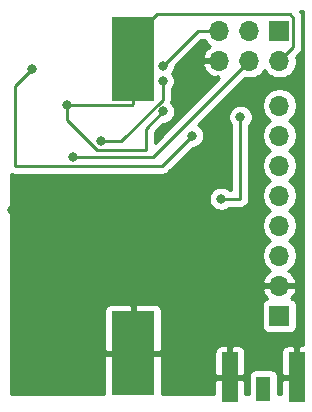
<source format=gbr>
G04 #@! TF.GenerationSoftware,KiCad,Pcbnew,5.1.5*
G04 #@! TF.CreationDate,2020-03-02T20:44:19+01:00*
G04 #@! TF.ProjectId,LORA_ATTINY84,4c4f5241-5f41-4545-9449-4e5938342e6b,rev?*
G04 #@! TF.SameCoordinates,Original*
G04 #@! TF.FileFunction,Copper,L2,Bot*
G04 #@! TF.FilePolarity,Positive*
%FSLAX46Y46*%
G04 Gerber Fmt 4.6, Leading zero omitted, Abs format (unit mm)*
G04 Created by KiCad (PCBNEW 5.1.5) date 2020-03-02 20:44:19*
%MOMM*%
%LPD*%
G04 APERTURE LIST*
%ADD10R,3.600000X7.100000*%
%ADD11R,1.200000X2.100000*%
%ADD12R,1.350000X4.200000*%
%ADD13O,1.700000X1.700000*%
%ADD14R,1.700000X1.700000*%
%ADD15C,0.800000*%
%ADD16C,0.250000*%
%ADD17C,0.254000*%
G04 APERTURE END LIST*
D10*
X77063600Y-50444400D03*
X77063600Y-75336400D03*
D11*
X88087200Y-78384400D03*
D12*
X90912200Y-77393800D03*
X85262200Y-77393800D03*
D13*
X84378800Y-50596800D03*
X84378800Y-48056800D03*
X86918800Y-50596800D03*
X86918800Y-48056800D03*
X89458800Y-50596800D03*
D14*
X89458800Y-48056800D03*
D13*
X89458800Y-54381400D03*
X89458800Y-56921400D03*
X89458800Y-59461400D03*
X89458800Y-62001400D03*
X89458800Y-64541400D03*
X89458800Y-67081400D03*
X89458800Y-69621400D03*
D14*
X89458800Y-72161400D03*
D15*
X91084400Y-75768200D03*
X85090000Y-75819000D03*
X86969600Y-52481399D03*
X66827400Y-63246000D03*
X79596854Y-54871454D03*
X71464500Y-54356000D03*
X82067400Y-56921400D03*
X68489500Y-51269900D03*
X71983600Y-58775600D03*
X86156800Y-55346600D03*
X84529200Y-62267600D03*
X74320400Y-57404000D03*
X79564000Y-52298600D03*
X79564000Y-51028600D03*
D16*
X77063600Y-48694400D02*
X77063600Y-50444400D01*
X90331402Y-46644400D02*
X79113600Y-46644400D01*
X79113600Y-46644400D02*
X77063600Y-48694400D01*
X90633801Y-46946799D02*
X90331402Y-46644400D01*
X90633801Y-49421799D02*
X90633801Y-46946799D01*
X89458800Y-50596800D02*
X90633801Y-49421799D01*
X78141999Y-58129001D02*
X73972399Y-58129001D01*
X78141999Y-58129001D02*
X78141999Y-56326309D01*
X78141999Y-56326309D02*
X79596854Y-54871454D01*
X73972399Y-58129001D02*
X71464500Y-55621102D01*
X71464500Y-55621102D02*
X71464500Y-54356000D01*
X76952000Y-54356000D02*
X72177000Y-54356000D01*
X77063600Y-54244400D02*
X76952000Y-54356000D01*
X72177000Y-54356000D02*
X71464500Y-54356000D01*
X77063600Y-50444400D02*
X77063600Y-54244400D01*
X67069801Y-59500601D02*
X67056000Y-59486800D01*
X82067400Y-56921400D02*
X79488199Y-59500601D01*
X79488199Y-59500601D02*
X67069801Y-59500601D01*
X67069801Y-59500601D02*
X67069801Y-52689599D01*
X67069801Y-52689599D02*
X68489500Y-51269900D01*
X78740000Y-58775600D02*
X86918800Y-50596800D01*
X71983600Y-58775600D02*
X78740000Y-58775600D01*
X86156800Y-62280800D02*
X86156800Y-55346600D01*
X86156800Y-62280800D02*
X84542400Y-62280800D01*
X84542400Y-62280800D02*
X84529200Y-62267600D01*
X76039002Y-57404000D02*
X79564000Y-53879002D01*
X79564000Y-53879002D02*
X79564000Y-52298600D01*
X74320400Y-57404000D02*
X76039002Y-57404000D01*
X84378800Y-48709960D02*
X84378800Y-48056800D01*
X84378800Y-48056800D02*
X82535800Y-48056800D01*
X82535800Y-48056800D02*
X79564000Y-51028600D01*
D17*
G36*
X91418682Y-74657058D02*
G01*
X91197950Y-74658800D01*
X91039200Y-74817550D01*
X91039200Y-77266800D01*
X91059200Y-77266800D01*
X91059200Y-77520800D01*
X91039200Y-77520800D01*
X91039200Y-77540800D01*
X90785200Y-77540800D01*
X90785200Y-77520800D01*
X89760950Y-77520800D01*
X89602200Y-77679550D01*
X89600275Y-78816600D01*
X89325272Y-78816600D01*
X89325272Y-77334400D01*
X89313012Y-77209918D01*
X89276702Y-77090220D01*
X89217737Y-76979906D01*
X89138385Y-76883215D01*
X89041694Y-76803863D01*
X88931380Y-76744898D01*
X88811682Y-76708588D01*
X88687200Y-76696328D01*
X87487200Y-76696328D01*
X87362718Y-76708588D01*
X87243020Y-76744898D01*
X87132706Y-76803863D01*
X87036015Y-76883215D01*
X86956663Y-76979906D01*
X86897698Y-77090220D01*
X86861388Y-77209918D01*
X86849128Y-77334400D01*
X86849128Y-78816600D01*
X86574125Y-78816600D01*
X86572200Y-77679550D01*
X86413450Y-77520800D01*
X85389200Y-77520800D01*
X85389200Y-77540800D01*
X85135200Y-77540800D01*
X85135200Y-77520800D01*
X84110950Y-77520800D01*
X83952200Y-77679550D01*
X83950275Y-78816600D01*
X79501606Y-78816600D01*
X79498600Y-75622150D01*
X79339850Y-75463400D01*
X77190600Y-75463400D01*
X77190600Y-75483400D01*
X76936600Y-75483400D01*
X76936600Y-75463400D01*
X74787350Y-75463400D01*
X74628600Y-75622150D01*
X74625594Y-78816600D01*
X66724895Y-78816600D01*
X66722205Y-75293800D01*
X83949128Y-75293800D01*
X83952200Y-77108050D01*
X84110950Y-77266800D01*
X85135200Y-77266800D01*
X85135200Y-74817550D01*
X85389200Y-74817550D01*
X85389200Y-77266800D01*
X86413450Y-77266800D01*
X86572200Y-77108050D01*
X86575272Y-75293800D01*
X89599128Y-75293800D01*
X89602200Y-77108050D01*
X89760950Y-77266800D01*
X90785200Y-77266800D01*
X90785200Y-74817550D01*
X90626450Y-74658800D01*
X90237200Y-74655728D01*
X90112718Y-74667988D01*
X89993020Y-74704298D01*
X89882706Y-74763263D01*
X89786015Y-74842615D01*
X89706663Y-74939306D01*
X89647698Y-75049620D01*
X89611388Y-75169318D01*
X89599128Y-75293800D01*
X86575272Y-75293800D01*
X86563012Y-75169318D01*
X86526702Y-75049620D01*
X86467737Y-74939306D01*
X86388385Y-74842615D01*
X86291694Y-74763263D01*
X86181380Y-74704298D01*
X86061682Y-74667988D01*
X85937200Y-74655728D01*
X85547950Y-74658800D01*
X85389200Y-74817550D01*
X85135200Y-74817550D01*
X84976450Y-74658800D01*
X84587200Y-74655728D01*
X84462718Y-74667988D01*
X84343020Y-74704298D01*
X84232706Y-74763263D01*
X84136015Y-74842615D01*
X84056663Y-74939306D01*
X83997698Y-75049620D01*
X83961388Y-75169318D01*
X83949128Y-75293800D01*
X66722205Y-75293800D01*
X66719525Y-71786400D01*
X74625528Y-71786400D01*
X74628600Y-75050650D01*
X74787350Y-75209400D01*
X76936600Y-75209400D01*
X76936600Y-71310150D01*
X77190600Y-71310150D01*
X77190600Y-75209400D01*
X79339850Y-75209400D01*
X79498600Y-75050650D01*
X79501672Y-71786400D01*
X79489412Y-71661918D01*
X79453102Y-71542220D01*
X79394137Y-71431906D01*
X79314785Y-71335215D01*
X79285767Y-71311400D01*
X87970728Y-71311400D01*
X87970728Y-73011400D01*
X87982988Y-73135882D01*
X88019298Y-73255580D01*
X88078263Y-73365894D01*
X88157615Y-73462585D01*
X88254306Y-73541937D01*
X88364620Y-73600902D01*
X88484318Y-73637212D01*
X88608800Y-73649472D01*
X90308800Y-73649472D01*
X90433282Y-73637212D01*
X90552980Y-73600902D01*
X90663294Y-73541937D01*
X90759985Y-73462585D01*
X90839337Y-73365894D01*
X90898302Y-73255580D01*
X90934612Y-73135882D01*
X90946872Y-73011400D01*
X90946872Y-71311400D01*
X90934612Y-71186918D01*
X90898302Y-71067220D01*
X90839337Y-70956906D01*
X90759985Y-70860215D01*
X90663294Y-70780863D01*
X90552980Y-70721898D01*
X90472334Y-70697434D01*
X90556388Y-70621669D01*
X90730441Y-70388320D01*
X90855625Y-70125499D01*
X90900276Y-69978290D01*
X90778955Y-69748400D01*
X89585800Y-69748400D01*
X89585800Y-69768400D01*
X89331800Y-69768400D01*
X89331800Y-69748400D01*
X88138645Y-69748400D01*
X88017324Y-69978290D01*
X88061975Y-70125499D01*
X88187159Y-70388320D01*
X88361212Y-70621669D01*
X88445266Y-70697434D01*
X88364620Y-70721898D01*
X88254306Y-70780863D01*
X88157615Y-70860215D01*
X88078263Y-70956906D01*
X88019298Y-71067220D01*
X87982988Y-71186918D01*
X87970728Y-71311400D01*
X79285767Y-71311400D01*
X79218094Y-71255863D01*
X79107780Y-71196898D01*
X78988082Y-71160588D01*
X78863600Y-71148328D01*
X77349350Y-71151400D01*
X77190600Y-71310150D01*
X76936600Y-71310150D01*
X76777850Y-71151400D01*
X75263600Y-71148328D01*
X75139118Y-71160588D01*
X75019420Y-71196898D01*
X74909106Y-71255863D01*
X74812415Y-71335215D01*
X74733063Y-71431906D01*
X74674098Y-71542220D01*
X74637788Y-71661918D01*
X74625528Y-71786400D01*
X66719525Y-71786400D01*
X66712176Y-62165661D01*
X83494200Y-62165661D01*
X83494200Y-62369539D01*
X83533974Y-62569498D01*
X83611995Y-62757856D01*
X83725263Y-62927374D01*
X83869426Y-63071537D01*
X84038944Y-63184805D01*
X84227302Y-63262826D01*
X84427261Y-63302600D01*
X84631139Y-63302600D01*
X84831098Y-63262826D01*
X85019456Y-63184805D01*
X85188974Y-63071537D01*
X85219711Y-63040800D01*
X86119467Y-63040800D01*
X86156800Y-63044477D01*
X86194133Y-63040800D01*
X86305786Y-63029803D01*
X86449047Y-62986346D01*
X86581076Y-62915774D01*
X86696801Y-62820801D01*
X86791774Y-62705076D01*
X86862346Y-62573047D01*
X86905803Y-62429786D01*
X86920477Y-62280800D01*
X86916800Y-62243467D01*
X86916800Y-56050311D01*
X86960737Y-56006374D01*
X87074005Y-55836856D01*
X87152026Y-55648498D01*
X87191800Y-55448539D01*
X87191800Y-55244661D01*
X87152026Y-55044702D01*
X87074005Y-54856344D01*
X86960737Y-54686826D01*
X86816574Y-54542663D01*
X86647056Y-54429395D01*
X86458698Y-54351374D01*
X86258739Y-54311600D01*
X86054861Y-54311600D01*
X85854902Y-54351374D01*
X85666544Y-54429395D01*
X85497026Y-54542663D01*
X85352863Y-54686826D01*
X85239595Y-54856344D01*
X85161574Y-55044702D01*
X85121800Y-55244661D01*
X85121800Y-55448539D01*
X85161574Y-55648498D01*
X85239595Y-55836856D01*
X85352863Y-56006374D01*
X85396801Y-56050312D01*
X85396800Y-61520800D01*
X85246111Y-61520800D01*
X85188974Y-61463663D01*
X85019456Y-61350395D01*
X84831098Y-61272374D01*
X84631139Y-61232600D01*
X84427261Y-61232600D01*
X84227302Y-61272374D01*
X84038944Y-61350395D01*
X83869426Y-61463663D01*
X83725263Y-61607826D01*
X83611995Y-61777344D01*
X83533974Y-61965702D01*
X83494200Y-62165661D01*
X66712176Y-62165661D01*
X66710651Y-60170386D01*
X66777554Y-60206147D01*
X66920815Y-60249604D01*
X67069801Y-60264278D01*
X67107134Y-60260601D01*
X79450877Y-60260601D01*
X79488199Y-60264277D01*
X79525521Y-60260601D01*
X79525532Y-60260601D01*
X79637185Y-60249604D01*
X79780446Y-60206147D01*
X79912475Y-60135575D01*
X80028200Y-60040602D01*
X80052003Y-60011598D01*
X82107202Y-57956400D01*
X82169339Y-57956400D01*
X82369298Y-57916626D01*
X82557656Y-57838605D01*
X82727174Y-57725337D01*
X82871337Y-57581174D01*
X82984605Y-57411656D01*
X83062626Y-57223298D01*
X83102400Y-57023339D01*
X83102400Y-56819461D01*
X83062626Y-56619502D01*
X82984605Y-56431144D01*
X82871337Y-56261626D01*
X82727174Y-56117463D01*
X82574771Y-56015631D01*
X84355262Y-54235140D01*
X87973800Y-54235140D01*
X87973800Y-54527660D01*
X88030868Y-54814558D01*
X88142810Y-55084811D01*
X88305325Y-55328032D01*
X88512168Y-55534875D01*
X88686560Y-55651400D01*
X88512168Y-55767925D01*
X88305325Y-55974768D01*
X88142810Y-56217989D01*
X88030868Y-56488242D01*
X87973800Y-56775140D01*
X87973800Y-57067660D01*
X88030868Y-57354558D01*
X88142810Y-57624811D01*
X88305325Y-57868032D01*
X88512168Y-58074875D01*
X88686560Y-58191400D01*
X88512168Y-58307925D01*
X88305325Y-58514768D01*
X88142810Y-58757989D01*
X88030868Y-59028242D01*
X87973800Y-59315140D01*
X87973800Y-59607660D01*
X88030868Y-59894558D01*
X88142810Y-60164811D01*
X88305325Y-60408032D01*
X88512168Y-60614875D01*
X88686560Y-60731400D01*
X88512168Y-60847925D01*
X88305325Y-61054768D01*
X88142810Y-61297989D01*
X88030868Y-61568242D01*
X87973800Y-61855140D01*
X87973800Y-62147660D01*
X88030868Y-62434558D01*
X88142810Y-62704811D01*
X88305325Y-62948032D01*
X88512168Y-63154875D01*
X88686560Y-63271400D01*
X88512168Y-63387925D01*
X88305325Y-63594768D01*
X88142810Y-63837989D01*
X88030868Y-64108242D01*
X87973800Y-64395140D01*
X87973800Y-64687660D01*
X88030868Y-64974558D01*
X88142810Y-65244811D01*
X88305325Y-65488032D01*
X88512168Y-65694875D01*
X88686560Y-65811400D01*
X88512168Y-65927925D01*
X88305325Y-66134768D01*
X88142810Y-66377989D01*
X88030868Y-66648242D01*
X87973800Y-66935140D01*
X87973800Y-67227660D01*
X88030868Y-67514558D01*
X88142810Y-67784811D01*
X88305325Y-68028032D01*
X88512168Y-68234875D01*
X88694334Y-68356595D01*
X88577445Y-68426222D01*
X88361212Y-68621131D01*
X88187159Y-68854480D01*
X88061975Y-69117301D01*
X88017324Y-69264510D01*
X88138645Y-69494400D01*
X89331800Y-69494400D01*
X89331800Y-69474400D01*
X89585800Y-69474400D01*
X89585800Y-69494400D01*
X90778955Y-69494400D01*
X90900276Y-69264510D01*
X90855625Y-69117301D01*
X90730441Y-68854480D01*
X90556388Y-68621131D01*
X90340155Y-68426222D01*
X90223266Y-68356595D01*
X90405432Y-68234875D01*
X90612275Y-68028032D01*
X90774790Y-67784811D01*
X90886732Y-67514558D01*
X90943800Y-67227660D01*
X90943800Y-66935140D01*
X90886732Y-66648242D01*
X90774790Y-66377989D01*
X90612275Y-66134768D01*
X90405432Y-65927925D01*
X90231040Y-65811400D01*
X90405432Y-65694875D01*
X90612275Y-65488032D01*
X90774790Y-65244811D01*
X90886732Y-64974558D01*
X90943800Y-64687660D01*
X90943800Y-64395140D01*
X90886732Y-64108242D01*
X90774790Y-63837989D01*
X90612275Y-63594768D01*
X90405432Y-63387925D01*
X90231040Y-63271400D01*
X90405432Y-63154875D01*
X90612275Y-62948032D01*
X90774790Y-62704811D01*
X90886732Y-62434558D01*
X90943800Y-62147660D01*
X90943800Y-61855140D01*
X90886732Y-61568242D01*
X90774790Y-61297989D01*
X90612275Y-61054768D01*
X90405432Y-60847925D01*
X90231040Y-60731400D01*
X90405432Y-60614875D01*
X90612275Y-60408032D01*
X90774790Y-60164811D01*
X90886732Y-59894558D01*
X90943800Y-59607660D01*
X90943800Y-59315140D01*
X90886732Y-59028242D01*
X90774790Y-58757989D01*
X90612275Y-58514768D01*
X90405432Y-58307925D01*
X90231040Y-58191400D01*
X90405432Y-58074875D01*
X90612275Y-57868032D01*
X90774790Y-57624811D01*
X90886732Y-57354558D01*
X90943800Y-57067660D01*
X90943800Y-56775140D01*
X90886732Y-56488242D01*
X90774790Y-56217989D01*
X90612275Y-55974768D01*
X90405432Y-55767925D01*
X90231040Y-55651400D01*
X90405432Y-55534875D01*
X90612275Y-55328032D01*
X90774790Y-55084811D01*
X90886732Y-54814558D01*
X90943800Y-54527660D01*
X90943800Y-54235140D01*
X90886732Y-53948242D01*
X90774790Y-53677989D01*
X90612275Y-53434768D01*
X90405432Y-53227925D01*
X90162211Y-53065410D01*
X89891958Y-52953468D01*
X89605060Y-52896400D01*
X89312540Y-52896400D01*
X89025642Y-52953468D01*
X88755389Y-53065410D01*
X88512168Y-53227925D01*
X88305325Y-53434768D01*
X88142810Y-53677989D01*
X88030868Y-53948242D01*
X87973800Y-54235140D01*
X84355262Y-54235140D01*
X86552392Y-52038010D01*
X86772540Y-52081800D01*
X87065060Y-52081800D01*
X87351958Y-52024732D01*
X87622211Y-51912790D01*
X87865432Y-51750275D01*
X88072275Y-51543432D01*
X88188800Y-51369040D01*
X88305325Y-51543432D01*
X88512168Y-51750275D01*
X88755389Y-51912790D01*
X89025642Y-52024732D01*
X89312540Y-52081800D01*
X89605060Y-52081800D01*
X89891958Y-52024732D01*
X90162211Y-51912790D01*
X90405432Y-51750275D01*
X90612275Y-51543432D01*
X90774790Y-51300211D01*
X90886732Y-51029958D01*
X90943800Y-50743060D01*
X90943800Y-50450540D01*
X90900010Y-50230392D01*
X91144805Y-49985597D01*
X91173802Y-49961800D01*
X91268775Y-49846075D01*
X91339347Y-49714046D01*
X91382804Y-49570785D01*
X91393801Y-49459132D01*
X91393801Y-49459123D01*
X91397477Y-49421800D01*
X91393801Y-49384477D01*
X91393801Y-46984124D01*
X91397477Y-46946799D01*
X91393801Y-46909474D01*
X91393801Y-46909466D01*
X91382804Y-46797813D01*
X91339347Y-46654552D01*
X91268775Y-46522523D01*
X91173802Y-46406798D01*
X91172099Y-46405400D01*
X91440264Y-46405400D01*
X91418682Y-74657058D01*
G37*
X91418682Y-74657058D02*
X91197950Y-74658800D01*
X91039200Y-74817550D01*
X91039200Y-77266800D01*
X91059200Y-77266800D01*
X91059200Y-77520800D01*
X91039200Y-77520800D01*
X91039200Y-77540800D01*
X90785200Y-77540800D01*
X90785200Y-77520800D01*
X89760950Y-77520800D01*
X89602200Y-77679550D01*
X89600275Y-78816600D01*
X89325272Y-78816600D01*
X89325272Y-77334400D01*
X89313012Y-77209918D01*
X89276702Y-77090220D01*
X89217737Y-76979906D01*
X89138385Y-76883215D01*
X89041694Y-76803863D01*
X88931380Y-76744898D01*
X88811682Y-76708588D01*
X88687200Y-76696328D01*
X87487200Y-76696328D01*
X87362718Y-76708588D01*
X87243020Y-76744898D01*
X87132706Y-76803863D01*
X87036015Y-76883215D01*
X86956663Y-76979906D01*
X86897698Y-77090220D01*
X86861388Y-77209918D01*
X86849128Y-77334400D01*
X86849128Y-78816600D01*
X86574125Y-78816600D01*
X86572200Y-77679550D01*
X86413450Y-77520800D01*
X85389200Y-77520800D01*
X85389200Y-77540800D01*
X85135200Y-77540800D01*
X85135200Y-77520800D01*
X84110950Y-77520800D01*
X83952200Y-77679550D01*
X83950275Y-78816600D01*
X79501606Y-78816600D01*
X79498600Y-75622150D01*
X79339850Y-75463400D01*
X77190600Y-75463400D01*
X77190600Y-75483400D01*
X76936600Y-75483400D01*
X76936600Y-75463400D01*
X74787350Y-75463400D01*
X74628600Y-75622150D01*
X74625594Y-78816600D01*
X66724895Y-78816600D01*
X66722205Y-75293800D01*
X83949128Y-75293800D01*
X83952200Y-77108050D01*
X84110950Y-77266800D01*
X85135200Y-77266800D01*
X85135200Y-74817550D01*
X85389200Y-74817550D01*
X85389200Y-77266800D01*
X86413450Y-77266800D01*
X86572200Y-77108050D01*
X86575272Y-75293800D01*
X89599128Y-75293800D01*
X89602200Y-77108050D01*
X89760950Y-77266800D01*
X90785200Y-77266800D01*
X90785200Y-74817550D01*
X90626450Y-74658800D01*
X90237200Y-74655728D01*
X90112718Y-74667988D01*
X89993020Y-74704298D01*
X89882706Y-74763263D01*
X89786015Y-74842615D01*
X89706663Y-74939306D01*
X89647698Y-75049620D01*
X89611388Y-75169318D01*
X89599128Y-75293800D01*
X86575272Y-75293800D01*
X86563012Y-75169318D01*
X86526702Y-75049620D01*
X86467737Y-74939306D01*
X86388385Y-74842615D01*
X86291694Y-74763263D01*
X86181380Y-74704298D01*
X86061682Y-74667988D01*
X85937200Y-74655728D01*
X85547950Y-74658800D01*
X85389200Y-74817550D01*
X85135200Y-74817550D01*
X84976450Y-74658800D01*
X84587200Y-74655728D01*
X84462718Y-74667988D01*
X84343020Y-74704298D01*
X84232706Y-74763263D01*
X84136015Y-74842615D01*
X84056663Y-74939306D01*
X83997698Y-75049620D01*
X83961388Y-75169318D01*
X83949128Y-75293800D01*
X66722205Y-75293800D01*
X66719525Y-71786400D01*
X74625528Y-71786400D01*
X74628600Y-75050650D01*
X74787350Y-75209400D01*
X76936600Y-75209400D01*
X76936600Y-71310150D01*
X77190600Y-71310150D01*
X77190600Y-75209400D01*
X79339850Y-75209400D01*
X79498600Y-75050650D01*
X79501672Y-71786400D01*
X79489412Y-71661918D01*
X79453102Y-71542220D01*
X79394137Y-71431906D01*
X79314785Y-71335215D01*
X79285767Y-71311400D01*
X87970728Y-71311400D01*
X87970728Y-73011400D01*
X87982988Y-73135882D01*
X88019298Y-73255580D01*
X88078263Y-73365894D01*
X88157615Y-73462585D01*
X88254306Y-73541937D01*
X88364620Y-73600902D01*
X88484318Y-73637212D01*
X88608800Y-73649472D01*
X90308800Y-73649472D01*
X90433282Y-73637212D01*
X90552980Y-73600902D01*
X90663294Y-73541937D01*
X90759985Y-73462585D01*
X90839337Y-73365894D01*
X90898302Y-73255580D01*
X90934612Y-73135882D01*
X90946872Y-73011400D01*
X90946872Y-71311400D01*
X90934612Y-71186918D01*
X90898302Y-71067220D01*
X90839337Y-70956906D01*
X90759985Y-70860215D01*
X90663294Y-70780863D01*
X90552980Y-70721898D01*
X90472334Y-70697434D01*
X90556388Y-70621669D01*
X90730441Y-70388320D01*
X90855625Y-70125499D01*
X90900276Y-69978290D01*
X90778955Y-69748400D01*
X89585800Y-69748400D01*
X89585800Y-69768400D01*
X89331800Y-69768400D01*
X89331800Y-69748400D01*
X88138645Y-69748400D01*
X88017324Y-69978290D01*
X88061975Y-70125499D01*
X88187159Y-70388320D01*
X88361212Y-70621669D01*
X88445266Y-70697434D01*
X88364620Y-70721898D01*
X88254306Y-70780863D01*
X88157615Y-70860215D01*
X88078263Y-70956906D01*
X88019298Y-71067220D01*
X87982988Y-71186918D01*
X87970728Y-71311400D01*
X79285767Y-71311400D01*
X79218094Y-71255863D01*
X79107780Y-71196898D01*
X78988082Y-71160588D01*
X78863600Y-71148328D01*
X77349350Y-71151400D01*
X77190600Y-71310150D01*
X76936600Y-71310150D01*
X76777850Y-71151400D01*
X75263600Y-71148328D01*
X75139118Y-71160588D01*
X75019420Y-71196898D01*
X74909106Y-71255863D01*
X74812415Y-71335215D01*
X74733063Y-71431906D01*
X74674098Y-71542220D01*
X74637788Y-71661918D01*
X74625528Y-71786400D01*
X66719525Y-71786400D01*
X66712176Y-62165661D01*
X83494200Y-62165661D01*
X83494200Y-62369539D01*
X83533974Y-62569498D01*
X83611995Y-62757856D01*
X83725263Y-62927374D01*
X83869426Y-63071537D01*
X84038944Y-63184805D01*
X84227302Y-63262826D01*
X84427261Y-63302600D01*
X84631139Y-63302600D01*
X84831098Y-63262826D01*
X85019456Y-63184805D01*
X85188974Y-63071537D01*
X85219711Y-63040800D01*
X86119467Y-63040800D01*
X86156800Y-63044477D01*
X86194133Y-63040800D01*
X86305786Y-63029803D01*
X86449047Y-62986346D01*
X86581076Y-62915774D01*
X86696801Y-62820801D01*
X86791774Y-62705076D01*
X86862346Y-62573047D01*
X86905803Y-62429786D01*
X86920477Y-62280800D01*
X86916800Y-62243467D01*
X86916800Y-56050311D01*
X86960737Y-56006374D01*
X87074005Y-55836856D01*
X87152026Y-55648498D01*
X87191800Y-55448539D01*
X87191800Y-55244661D01*
X87152026Y-55044702D01*
X87074005Y-54856344D01*
X86960737Y-54686826D01*
X86816574Y-54542663D01*
X86647056Y-54429395D01*
X86458698Y-54351374D01*
X86258739Y-54311600D01*
X86054861Y-54311600D01*
X85854902Y-54351374D01*
X85666544Y-54429395D01*
X85497026Y-54542663D01*
X85352863Y-54686826D01*
X85239595Y-54856344D01*
X85161574Y-55044702D01*
X85121800Y-55244661D01*
X85121800Y-55448539D01*
X85161574Y-55648498D01*
X85239595Y-55836856D01*
X85352863Y-56006374D01*
X85396801Y-56050312D01*
X85396800Y-61520800D01*
X85246111Y-61520800D01*
X85188974Y-61463663D01*
X85019456Y-61350395D01*
X84831098Y-61272374D01*
X84631139Y-61232600D01*
X84427261Y-61232600D01*
X84227302Y-61272374D01*
X84038944Y-61350395D01*
X83869426Y-61463663D01*
X83725263Y-61607826D01*
X83611995Y-61777344D01*
X83533974Y-61965702D01*
X83494200Y-62165661D01*
X66712176Y-62165661D01*
X66710651Y-60170386D01*
X66777554Y-60206147D01*
X66920815Y-60249604D01*
X67069801Y-60264278D01*
X67107134Y-60260601D01*
X79450877Y-60260601D01*
X79488199Y-60264277D01*
X79525521Y-60260601D01*
X79525532Y-60260601D01*
X79637185Y-60249604D01*
X79780446Y-60206147D01*
X79912475Y-60135575D01*
X80028200Y-60040602D01*
X80052003Y-60011598D01*
X82107202Y-57956400D01*
X82169339Y-57956400D01*
X82369298Y-57916626D01*
X82557656Y-57838605D01*
X82727174Y-57725337D01*
X82871337Y-57581174D01*
X82984605Y-57411656D01*
X83062626Y-57223298D01*
X83102400Y-57023339D01*
X83102400Y-56819461D01*
X83062626Y-56619502D01*
X82984605Y-56431144D01*
X82871337Y-56261626D01*
X82727174Y-56117463D01*
X82574771Y-56015631D01*
X84355262Y-54235140D01*
X87973800Y-54235140D01*
X87973800Y-54527660D01*
X88030868Y-54814558D01*
X88142810Y-55084811D01*
X88305325Y-55328032D01*
X88512168Y-55534875D01*
X88686560Y-55651400D01*
X88512168Y-55767925D01*
X88305325Y-55974768D01*
X88142810Y-56217989D01*
X88030868Y-56488242D01*
X87973800Y-56775140D01*
X87973800Y-57067660D01*
X88030868Y-57354558D01*
X88142810Y-57624811D01*
X88305325Y-57868032D01*
X88512168Y-58074875D01*
X88686560Y-58191400D01*
X88512168Y-58307925D01*
X88305325Y-58514768D01*
X88142810Y-58757989D01*
X88030868Y-59028242D01*
X87973800Y-59315140D01*
X87973800Y-59607660D01*
X88030868Y-59894558D01*
X88142810Y-60164811D01*
X88305325Y-60408032D01*
X88512168Y-60614875D01*
X88686560Y-60731400D01*
X88512168Y-60847925D01*
X88305325Y-61054768D01*
X88142810Y-61297989D01*
X88030868Y-61568242D01*
X87973800Y-61855140D01*
X87973800Y-62147660D01*
X88030868Y-62434558D01*
X88142810Y-62704811D01*
X88305325Y-62948032D01*
X88512168Y-63154875D01*
X88686560Y-63271400D01*
X88512168Y-63387925D01*
X88305325Y-63594768D01*
X88142810Y-63837989D01*
X88030868Y-64108242D01*
X87973800Y-64395140D01*
X87973800Y-64687660D01*
X88030868Y-64974558D01*
X88142810Y-65244811D01*
X88305325Y-65488032D01*
X88512168Y-65694875D01*
X88686560Y-65811400D01*
X88512168Y-65927925D01*
X88305325Y-66134768D01*
X88142810Y-66377989D01*
X88030868Y-66648242D01*
X87973800Y-66935140D01*
X87973800Y-67227660D01*
X88030868Y-67514558D01*
X88142810Y-67784811D01*
X88305325Y-68028032D01*
X88512168Y-68234875D01*
X88694334Y-68356595D01*
X88577445Y-68426222D01*
X88361212Y-68621131D01*
X88187159Y-68854480D01*
X88061975Y-69117301D01*
X88017324Y-69264510D01*
X88138645Y-69494400D01*
X89331800Y-69494400D01*
X89331800Y-69474400D01*
X89585800Y-69474400D01*
X89585800Y-69494400D01*
X90778955Y-69494400D01*
X90900276Y-69264510D01*
X90855625Y-69117301D01*
X90730441Y-68854480D01*
X90556388Y-68621131D01*
X90340155Y-68426222D01*
X90223266Y-68356595D01*
X90405432Y-68234875D01*
X90612275Y-68028032D01*
X90774790Y-67784811D01*
X90886732Y-67514558D01*
X90943800Y-67227660D01*
X90943800Y-66935140D01*
X90886732Y-66648242D01*
X90774790Y-66377989D01*
X90612275Y-66134768D01*
X90405432Y-65927925D01*
X90231040Y-65811400D01*
X90405432Y-65694875D01*
X90612275Y-65488032D01*
X90774790Y-65244811D01*
X90886732Y-64974558D01*
X90943800Y-64687660D01*
X90943800Y-64395140D01*
X90886732Y-64108242D01*
X90774790Y-63837989D01*
X90612275Y-63594768D01*
X90405432Y-63387925D01*
X90231040Y-63271400D01*
X90405432Y-63154875D01*
X90612275Y-62948032D01*
X90774790Y-62704811D01*
X90886732Y-62434558D01*
X90943800Y-62147660D01*
X90943800Y-61855140D01*
X90886732Y-61568242D01*
X90774790Y-61297989D01*
X90612275Y-61054768D01*
X90405432Y-60847925D01*
X90231040Y-60731400D01*
X90405432Y-60614875D01*
X90612275Y-60408032D01*
X90774790Y-60164811D01*
X90886732Y-59894558D01*
X90943800Y-59607660D01*
X90943800Y-59315140D01*
X90886732Y-59028242D01*
X90774790Y-58757989D01*
X90612275Y-58514768D01*
X90405432Y-58307925D01*
X90231040Y-58191400D01*
X90405432Y-58074875D01*
X90612275Y-57868032D01*
X90774790Y-57624811D01*
X90886732Y-57354558D01*
X90943800Y-57067660D01*
X90943800Y-56775140D01*
X90886732Y-56488242D01*
X90774790Y-56217989D01*
X90612275Y-55974768D01*
X90405432Y-55767925D01*
X90231040Y-55651400D01*
X90405432Y-55534875D01*
X90612275Y-55328032D01*
X90774790Y-55084811D01*
X90886732Y-54814558D01*
X90943800Y-54527660D01*
X90943800Y-54235140D01*
X90886732Y-53948242D01*
X90774790Y-53677989D01*
X90612275Y-53434768D01*
X90405432Y-53227925D01*
X90162211Y-53065410D01*
X89891958Y-52953468D01*
X89605060Y-52896400D01*
X89312540Y-52896400D01*
X89025642Y-52953468D01*
X88755389Y-53065410D01*
X88512168Y-53227925D01*
X88305325Y-53434768D01*
X88142810Y-53677989D01*
X88030868Y-53948242D01*
X87973800Y-54235140D01*
X84355262Y-54235140D01*
X86552392Y-52038010D01*
X86772540Y-52081800D01*
X87065060Y-52081800D01*
X87351958Y-52024732D01*
X87622211Y-51912790D01*
X87865432Y-51750275D01*
X88072275Y-51543432D01*
X88188800Y-51369040D01*
X88305325Y-51543432D01*
X88512168Y-51750275D01*
X88755389Y-51912790D01*
X89025642Y-52024732D01*
X89312540Y-52081800D01*
X89605060Y-52081800D01*
X89891958Y-52024732D01*
X90162211Y-51912790D01*
X90405432Y-51750275D01*
X90612275Y-51543432D01*
X90774790Y-51300211D01*
X90886732Y-51029958D01*
X90943800Y-50743060D01*
X90943800Y-50450540D01*
X90900010Y-50230392D01*
X91144805Y-49985597D01*
X91173802Y-49961800D01*
X91268775Y-49846075D01*
X91339347Y-49714046D01*
X91382804Y-49570785D01*
X91393801Y-49459132D01*
X91393801Y-49459123D01*
X91397477Y-49421800D01*
X91393801Y-49384477D01*
X91393801Y-46984124D01*
X91397477Y-46946799D01*
X91393801Y-46909474D01*
X91393801Y-46909466D01*
X91382804Y-46797813D01*
X91339347Y-46654552D01*
X91268775Y-46522523D01*
X91173802Y-46406798D01*
X91172099Y-46405400D01*
X91440264Y-46405400D01*
X91418682Y-74657058D01*
G36*
X83225325Y-49003432D02*
G01*
X83432168Y-49210275D01*
X83608206Y-49327900D01*
X83378531Y-49499212D01*
X83183622Y-49715445D01*
X83034643Y-49965548D01*
X82937319Y-50239909D01*
X83057986Y-50469800D01*
X84251800Y-50469800D01*
X84251800Y-50449800D01*
X84505800Y-50449800D01*
X84505800Y-50469800D01*
X84525800Y-50469800D01*
X84525800Y-50723800D01*
X84505800Y-50723800D01*
X84505800Y-50743800D01*
X84251800Y-50743800D01*
X84251800Y-50723800D01*
X83057986Y-50723800D01*
X82937319Y-50953691D01*
X83034643Y-51228052D01*
X83183622Y-51478155D01*
X83378531Y-51694388D01*
X83611880Y-51868441D01*
X83874701Y-51993625D01*
X84021910Y-52038276D01*
X84251798Y-51916956D01*
X84251798Y-52081800D01*
X84358998Y-52081800D01*
X78901999Y-57538800D01*
X78901999Y-56641110D01*
X79636656Y-55906454D01*
X79698793Y-55906454D01*
X79898752Y-55866680D01*
X80087110Y-55788659D01*
X80256628Y-55675391D01*
X80400791Y-55531228D01*
X80514059Y-55361710D01*
X80592080Y-55173352D01*
X80631854Y-54973393D01*
X80631854Y-54769515D01*
X80592080Y-54569556D01*
X80514059Y-54381198D01*
X80400791Y-54211680D01*
X80290682Y-54101571D01*
X80313003Y-54027988D01*
X80324000Y-53916335D01*
X80324000Y-53916325D01*
X80327676Y-53879002D01*
X80324000Y-53841680D01*
X80324000Y-53002311D01*
X80367937Y-52958374D01*
X80481205Y-52788856D01*
X80559226Y-52600498D01*
X80599000Y-52400539D01*
X80599000Y-52196661D01*
X80559226Y-51996702D01*
X80481205Y-51808344D01*
X80384490Y-51663600D01*
X80481205Y-51518856D01*
X80559226Y-51330498D01*
X80599000Y-51130539D01*
X80599000Y-51068401D01*
X82850602Y-48816800D01*
X83100622Y-48816800D01*
X83225325Y-49003432D01*
G37*
X83225325Y-49003432D02*
X83432168Y-49210275D01*
X83608206Y-49327900D01*
X83378531Y-49499212D01*
X83183622Y-49715445D01*
X83034643Y-49965548D01*
X82937319Y-50239909D01*
X83057986Y-50469800D01*
X84251800Y-50469800D01*
X84251800Y-50449800D01*
X84505800Y-50449800D01*
X84505800Y-50469800D01*
X84525800Y-50469800D01*
X84525800Y-50723800D01*
X84505800Y-50723800D01*
X84505800Y-50743800D01*
X84251800Y-50743800D01*
X84251800Y-50723800D01*
X83057986Y-50723800D01*
X82937319Y-50953691D01*
X83034643Y-51228052D01*
X83183622Y-51478155D01*
X83378531Y-51694388D01*
X83611880Y-51868441D01*
X83874701Y-51993625D01*
X84021910Y-52038276D01*
X84251798Y-51916956D01*
X84251798Y-52081800D01*
X84358998Y-52081800D01*
X78901999Y-57538800D01*
X78901999Y-56641110D01*
X79636656Y-55906454D01*
X79698793Y-55906454D01*
X79898752Y-55866680D01*
X80087110Y-55788659D01*
X80256628Y-55675391D01*
X80400791Y-55531228D01*
X80514059Y-55361710D01*
X80592080Y-55173352D01*
X80631854Y-54973393D01*
X80631854Y-54769515D01*
X80592080Y-54569556D01*
X80514059Y-54381198D01*
X80400791Y-54211680D01*
X80290682Y-54101571D01*
X80313003Y-54027988D01*
X80324000Y-53916335D01*
X80324000Y-53916325D01*
X80327676Y-53879002D01*
X80324000Y-53841680D01*
X80324000Y-53002311D01*
X80367937Y-52958374D01*
X80481205Y-52788856D01*
X80559226Y-52600498D01*
X80599000Y-52400539D01*
X80599000Y-52196661D01*
X80559226Y-51996702D01*
X80481205Y-51808344D01*
X80384490Y-51663600D01*
X80481205Y-51518856D01*
X80559226Y-51330498D01*
X80599000Y-51130539D01*
X80599000Y-51068401D01*
X82850602Y-48816800D01*
X83100622Y-48816800D01*
X83225325Y-49003432D01*
M02*

</source>
